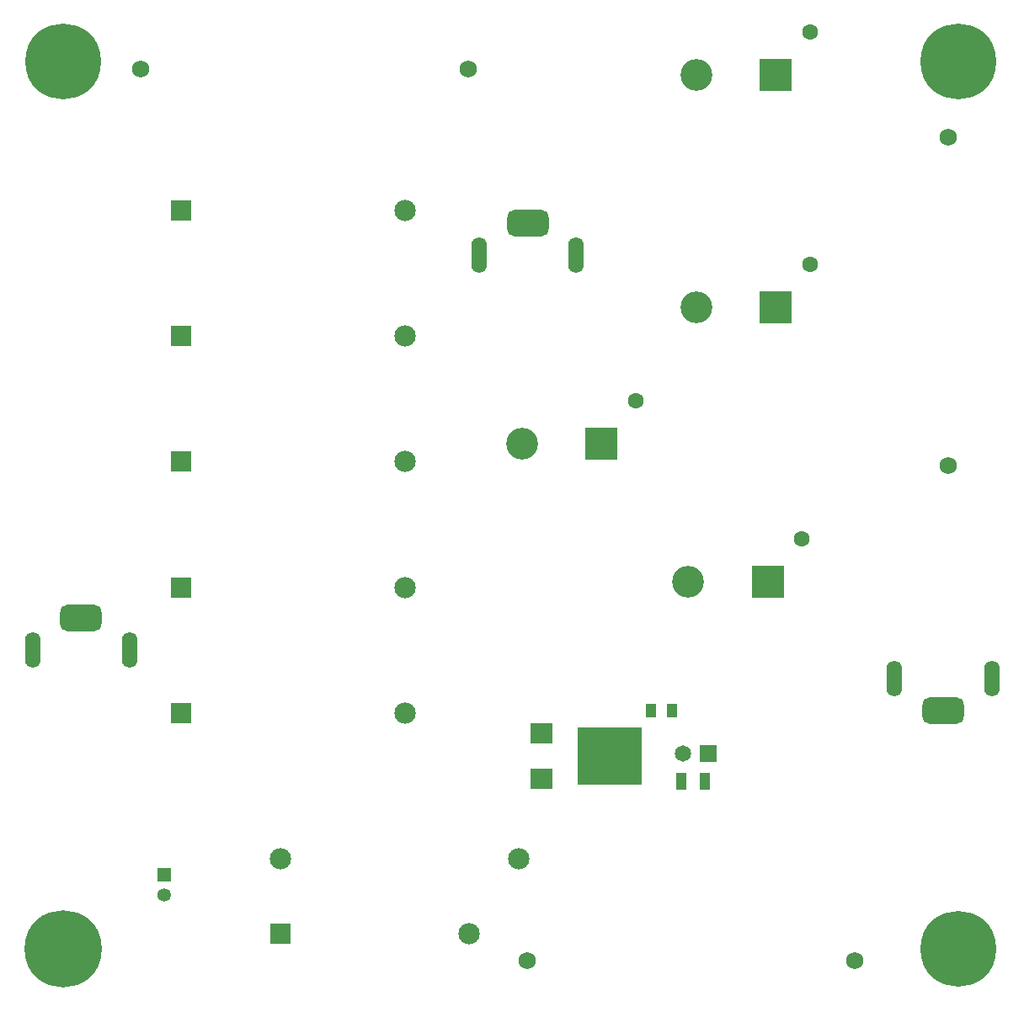
<source format=gbs>
G04*
G04 #@! TF.GenerationSoftware,Altium Limited,Altium Designer,20.0.13 (296)*
G04*
G04 Layer_Color=16711935*
%FSLAX25Y25*%
%MOIN*%
G70*
G01*
G75*
%ADD20C,0.06506*%
%ADD21R,0.06506X0.06506*%
G04:AMPARAMS|DCode=22|XSize=163.48mil|YSize=104.43mil|CornerRadius=27.61mil|HoleSize=0mil|Usage=FLASHONLY|Rotation=0.000|XOffset=0mil|YOffset=0mil|HoleType=Round|Shape=RoundedRectangle|*
%AMROUNDEDRECTD22*
21,1,0.16348,0.04921,0,0,0.0*
21,1,0.10827,0.10443,0,0,0.0*
1,1,0.05521,0.05413,-0.02461*
1,1,0.05521,-0.05413,-0.02461*
1,1,0.05521,-0.05413,0.02461*
1,1,0.05521,0.05413,0.02461*
%
%ADD22ROUNDEDRECTD22*%
%ADD23O,0.06112X0.14183*%
%ADD24C,0.12600*%
%ADD25R,0.12600X0.12600*%
%ADD26C,0.06299*%
%ADD27C,0.06899*%
%ADD28C,0.30000*%
%ADD29C,0.30600*%
%ADD30C,0.08474*%
%ADD31R,0.08474X0.08474*%
%ADD32C,0.05324*%
%ADD33R,0.05324X0.05324*%
%ADD56R,0.04340X0.06702*%
%ADD57R,0.04143X0.05521*%
%ADD58R,0.09100X0.07900*%
%ADD59R,0.25400X0.22500*%
D20*
X265000Y100000D02*
D03*
D21*
X275000D02*
D03*
D22*
X203383Y310000D02*
D03*
X26709Y153598D02*
D03*
X368000Y117000D02*
D03*
D23*
X184091Y297402D02*
D03*
X222674D02*
D03*
X7417Y141000D02*
D03*
X46000D02*
D03*
X387291Y129598D02*
D03*
X348709D02*
D03*
D24*
X270311Y368657D02*
D03*
Y276658D02*
D03*
X267000Y168000D02*
D03*
X201311Y222657D02*
D03*
D25*
X301689Y368657D02*
D03*
Y276658D02*
D03*
X298378Y168000D02*
D03*
X232689Y222657D02*
D03*
D26*
X315272Y385784D02*
D03*
Y293783D02*
D03*
X311961Y185126D02*
D03*
X246272Y239784D02*
D03*
D27*
X333000Y18000D02*
D03*
X203079D02*
D03*
X370000Y214000D02*
D03*
Y343921D02*
D03*
X180000Y371000D02*
D03*
X50079D02*
D03*
D28*
X374000Y22500D02*
D03*
Y374000D02*
D03*
X19500D02*
D03*
D29*
Y22500D02*
D03*
D30*
X199945Y58382D02*
D03*
X180102Y28618D02*
D03*
X105693Y58382D02*
D03*
X154791Y265250D02*
D03*
Y165750D02*
D03*
Y215500D02*
D03*
Y315000D02*
D03*
Y116000D02*
D03*
D31*
X105693Y28618D02*
D03*
X66209Y265250D02*
D03*
Y165750D02*
D03*
Y215500D02*
D03*
Y315000D02*
D03*
Y116000D02*
D03*
D32*
X59665Y44063D02*
D03*
D33*
Y51937D02*
D03*
D56*
X273578Y89050D02*
D03*
X264326D02*
D03*
D57*
X260634Y117083D02*
D03*
X252366D02*
D03*
D58*
X208900Y90000D02*
D03*
Y108000D02*
D03*
D59*
X236000Y99000D02*
D03*
M02*

</source>
